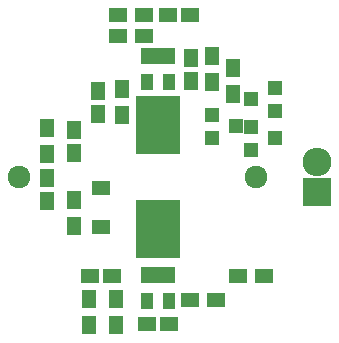
<source format=gbr>
G04 #@! TF.FileFunction,Soldermask,Top*
%FSLAX46Y46*%
G04 Gerber Fmt 4.6, Leading zero omitted, Abs format (unit mm)*
G04 Created by KiCad (PCBNEW 4.0.2-stable) date Saturday, May 21, 2016 'PMt' 09:34:14 PM*
%MOMM*%
G01*
G04 APERTURE LIST*
%ADD10C,0.100000*%
%ADD11R,1.150000X1.600000*%
%ADD12R,1.600000X1.150000*%
%ADD13R,3.699460X4.900880*%
%ADD14R,1.200100X1.200100*%
%ADD15R,1.300000X1.600000*%
%ADD16R,1.600000X1.300000*%
%ADD17R,1.050000X1.460000*%
%ADD18C,1.924000*%
%ADD19R,2.432000X2.432000*%
%ADD20O,2.432000X2.432000*%
%ADD21R,1.620000X1.310000*%
G04 APERTURE END LIST*
D10*
D11*
X137160000Y-92268000D03*
X137160000Y-94168000D03*
D12*
X143068000Y-85852000D03*
X144968000Y-85852000D03*
D11*
X145034000Y-89474000D03*
X145034000Y-91374000D03*
X135128000Y-97470000D03*
X135128000Y-95570000D03*
D12*
X141290000Y-112014000D03*
X143190000Y-112014000D03*
X136464000Y-107950000D03*
X138364000Y-107950000D03*
D11*
X132842000Y-99634000D03*
X132842000Y-101534000D03*
D13*
X142240000Y-95166180D03*
X142240000Y-103969820D03*
D14*
X146827240Y-94300000D03*
X146827240Y-96200000D03*
X148826220Y-95250000D03*
D15*
X139192000Y-92118000D03*
X139192000Y-94318000D03*
D16*
X138854000Y-87630000D03*
X141054000Y-87630000D03*
X141054000Y-85852000D03*
X138854000Y-85852000D03*
D15*
X146812000Y-91524000D03*
X146812000Y-89324000D03*
X148590000Y-92540000D03*
X148590000Y-90340000D03*
X132842000Y-95420000D03*
X132842000Y-97620000D03*
D16*
X144950000Y-109982000D03*
X147150000Y-109982000D03*
D15*
X138684000Y-112098000D03*
X138684000Y-109898000D03*
X136398000Y-112098000D03*
X136398000Y-109898000D03*
X135128000Y-101516000D03*
X135128000Y-103716000D03*
D17*
X143190000Y-89324000D03*
X142240000Y-89324000D03*
X141290000Y-89324000D03*
X141290000Y-91524000D03*
X143190000Y-91524000D03*
X143190000Y-107866000D03*
X142240000Y-107866000D03*
X141290000Y-107866000D03*
X141290000Y-110066000D03*
X143190000Y-110066000D03*
D18*
X150490000Y-99568000D03*
X130490000Y-99568000D03*
D19*
X155702000Y-100838000D03*
D20*
X155702000Y-98298000D03*
D14*
X150129240Y-95316000D03*
X150129240Y-97216000D03*
X152128220Y-96266000D03*
X152130760Y-93914000D03*
X152130760Y-92014000D03*
X150131780Y-92964000D03*
D21*
X137414000Y-103743000D03*
X137414000Y-100473000D03*
D16*
X149014000Y-107950000D03*
X151214000Y-107950000D03*
M02*

</source>
